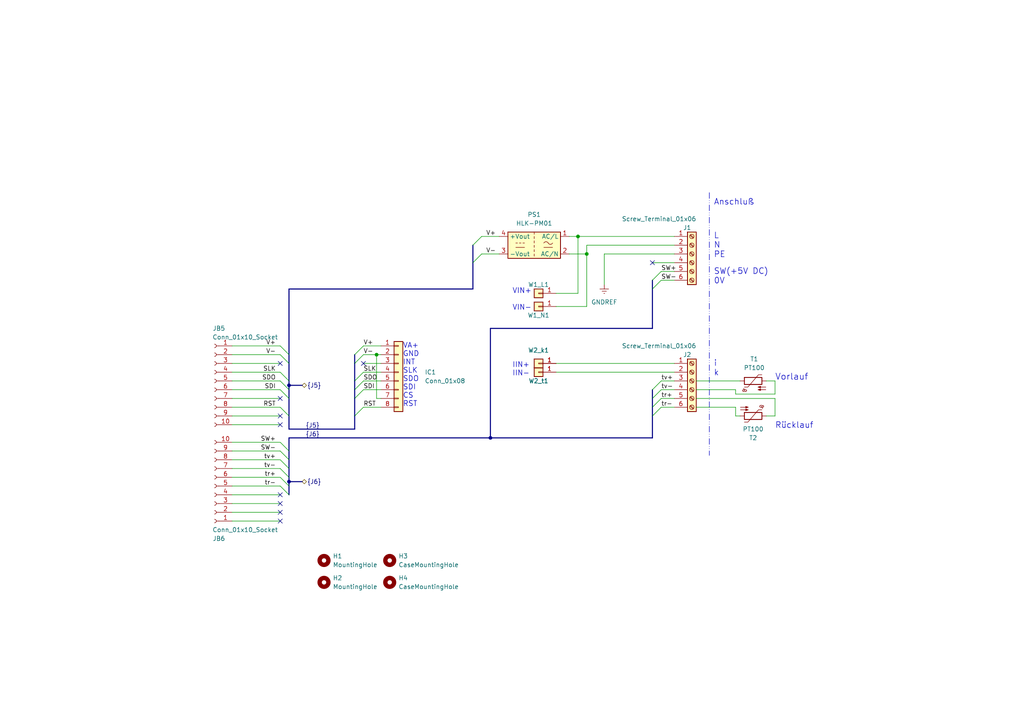
<source format=kicad_sch>
(kicad_sch (version 20230121) (generator eeschema)
  (paper "A4")
  (lib_symbols
    (symbol "Connector:Conn_01x10_Socket" (pin_names (offset 1.016) hide)
      (property "Reference" "J" (at 0 12.7 0))
      (property "Value" "Conn_01x10_Socket" (at 0 -15.24 0))
      (symbol "Conn_01x10_Socket_1_1"
        (arc (start 0 -12.192) (mid -0.5058 -12.7) (end 0 -13.208) (stroke (width 0.1524)))
        (arc (start 0 -9.652) (mid -0.5058 -10.16) (end 0 -10.668) (stroke (width 0.1524)))
        (arc (start 0 -7.112) (mid -0.5058 -7.62) (end 0 -8.128) (stroke (width 0.1524)))
        (arc (start 0 -4.572) (mid -0.5058 -5.08) (end 0 -5.588) (stroke (width 0.1524)))
        (arc (start 0 -2.032) (mid -0.5058 -2.54) (end 0 -3.048) (stroke (width 0.1524)))
        (polyline (pts (xy -1.27 -12.7) (xy -0.508 -12.7)) (stroke (width 0.1524)))
        (polyline (pts (xy -1.27 -10.16) (xy -0.508 -10.16)) (stroke (width 0.1524)))
        (polyline (pts (xy -1.27 -7.62) (xy -0.508 -7.62)) (stroke (width 0.1524)))
        (polyline (pts (xy -1.27 -5.08) (xy -0.508 -5.08)) (stroke (width 0.1524)))
        (polyline (pts (xy -1.27 -2.54) (xy -0.508 -2.54)) (stroke (width 0.1524)))
        (polyline (pts (xy -1.27 0) (xy -0.508 0)) (stroke (width 0.1524)))
        (polyline (pts (xy -1.27 2.54) (xy -0.508 2.54)) (stroke (width 0.1524)))
        (polyline (pts (xy -1.27 5.08) (xy -0.508 5.08)) (stroke (width 0.1524)))
        (polyline (pts (xy -1.27 7.62) (xy -0.508 7.62)) (stroke (width 0.1524)))
        (polyline (pts (xy -1.27 10.16) (xy -0.508 10.16)) (stroke (width 0.1524)))
        (arc (start 0 0.508) (mid -0.5058 0) (end 0 -0.508) (stroke (width 0.1524)))
        (arc (start 0 3.048) (mid -0.5058 2.54) (end 0 2.032) (stroke (width 0.1524)))
        (arc (start 0 5.588) (mid -0.5058 5.08) (end 0 4.572) (stroke (width 0.1524)))
        (arc (start 0 8.128) (mid -0.5058 7.62) (end 0 7.112) (stroke (width 0.1524)))
        (arc (start 0 10.668) (mid -0.5058 10.16) (end 0 9.652) (stroke (width 0.1524)))
        (pin passive line (at -5.08 10.16 0) (length 3.81) (name "Pin_1") (number "1"))
        (pin passive line (at -5.08 -12.7 0) (length 3.81) (name "Pin_10") (number "10"))
        (pin passive line (at -5.08 7.62 0) (length 3.81) (name "Pin_2") (number "2"))
        (pin passive line (at -5.08 5.08 0) (length 3.81) (name "Pin_3") (number "3"))
        (pin passive line (at -5.08 2.54 0) (length 3.81) (name "Pin_4") (number "4"))
        (pin passive line (at -5.08 0 0) (length 3.81) (name "Pin_5") (number "5"))
        (pin passive line (at -5.08 -2.54 0) (length 3.81) (name "Pin_6") (number "6"))
        (pin passive line (at -5.08 -5.08 0) (length 3.81) (name "Pin_7") (number "7"))
        (pin passive line (at -5.08 -7.62 0) (length 3.81) (name "Pin_8") (number "8"))
        (pin passive line (at -5.08 -10.16 0) (length 3.81) (name "Pin_9") (number "9"))
      )
    )
    (symbol "Connector:Screw_Terminal_01x06" (pin_names (offset 1.016) hide)
      (property "Reference" "J" (at 0 7.62 0))
      (property "Value" "Screw_Terminal_01x06" (at 0 -10.16 0))
      (symbol "Screw_Terminal_01x06_1_1"
        (rectangle (start -1.27 6.35) (end 1.27 -8.89) (stroke (width 0.254)) (fill (type background)))
        (circle (center 0 -7.62) (radius 0.635) (stroke (width 0.1524)))
        (circle (center 0 -5.08) (radius 0.635) (stroke (width 0.1524)))
        (circle (center 0 -2.54) (radius 0.635) (stroke (width 0.1524)))
        (polyline (pts (xy -0.5334 -7.2898) (xy 0.3302 -8.128)) (stroke (width 0.1524)))
        (polyline (pts (xy -0.5334 -4.7498) (xy 0.3302 -5.588)) (stroke (width 0.1524)))
        (polyline (pts (xy -0.5334 -2.2098) (xy 0.3302 -3.048)) (stroke (width 0.1524)))
        (polyline (pts (xy -0.5334 0.3302) (xy 0.3302 -0.508)) (stroke (width 0.1524)))
        (polyline (pts (xy -0.5334 2.8702) (xy 0.3302 2.032)) (stroke (width 0.1524)))
        (polyline (pts (xy -0.5334 5.4102) (xy 0.3302 4.572)) (stroke (width 0.1524)))
        (polyline (pts (xy -0.3556 -7.112) (xy 0.508 -7.9502)) (stroke (width 0.1524)))
        (polyline (pts (xy -0.3556 -4.572) (xy 0.508 -5.4102)) (stroke (width 0.1524)))
        (polyline (pts (xy -0.3556 -2.032) (xy 0.508 -2.8702)) (stroke (width 0.1524)))
        (polyline (pts (xy -0.3556 0.508) (xy 0.508 -0.3302)) (stroke (width 0.1524)))
        (polyline (pts (xy -0.3556 3.048) (xy 0.508 2.2098)) (stroke (width 0.1524)))
        (polyline (pts (xy -0.3556 5.588) (xy 0.508 4.7498)) (stroke (width 0.1524)))
        (circle (center 0 0) (radius 0.635) (stroke (width 0.1524)))
        (circle (center 0 2.54) (radius 0.635) (stroke (width 0.1524)))
        (circle (center 0 5.08) (radius 0.635) (stroke (width 0.1524)))
        (pin passive line (at -5.08 5.08 0) (length 3.81) (name "Pin_1") (number "1"))
        (pin passive line (at -5.08 2.54 0) (length 3.81) (name "Pin_2") (number "2"))
        (pin passive line (at -5.08 0 0) (length 3.81) (name "Pin_3") (number "3"))
        (pin passive line (at -5.08 -2.54 0) (length 3.81) (name "Pin_4") (number "4"))
        (pin passive line (at -5.08 -5.08 0) (length 3.81) (name "Pin_5") (number "5"))
        (pin passive line (at -5.08 -7.62 0) (length 3.81) (name "Pin_6") (number "6"))
      )
    )
    (symbol "Connector_Generic:Conn_01x01" (pin_names (offset 1.016) hide)
      (property "Reference" "J" (at 0 2.54 0))
      (property "Value" "Conn_01x01" (at 0 -2.54 0))
      (symbol "Conn_01x01_1_1"
        (rectangle (start -1.27 0.127) (end 0 -0.127) (stroke (width 0.1524)))
        (rectangle (start -1.27 1.27) (end 1.27 -1.27) (stroke (width 0.254)) (fill (type background)))
        (pin passive line (at -5.08 0 0) (length 3.81) (name "Pin_1") (number "1"))
      )
    )
    (symbol "Connector_Generic:Conn_01x08" (pin_names (offset 1.016) hide)
      (property "Reference" "J" (at 0 10.16 0))
      (property "Value" "Conn_01x08" (at 0 -12.7 0))
      (symbol "Conn_01x08_1_1"
        (rectangle (start -1.27 -10.033) (end 0 -10.287) (stroke (width 0.1524)))
        (rectangle (start -1.27 -7.493) (end 0 -7.747) (stroke (width 0.1524)))
        (rectangle (start -1.27 -4.953) (end 0 -5.207) (stroke (width 0.1524)))
        (rectangle (start -1.27 -2.413) (end 0 -2.667) (stroke (width 0.1524)))
        (rectangle (start -1.27 0.127) (end 0 -0.127) (stroke (width 0.1524)))
        (rectangle (start -1.27 2.667) (end 0 2.413) (stroke (width 0.1524)))
        (rectangle (start -1.27 5.207) (end 0 4.953) (stroke (width 0.1524)))
        (rectangle (start -1.27 7.747) (end 0 7.493) (stroke (width 0.1524)))
        (rectangle (start -1.27 8.89) (end 1.27 -11.43) (stroke (width 0.254)) (fill (type background)))
        (pin passive line (at -5.08 7.62 0) (length 3.81) (name "Pin_1") (number "1"))
        (pin passive line (at -5.08 5.08 0) (length 3.81) (name "Pin_2") (number "2"))
        (pin passive line (at -5.08 2.54 0) (length 3.81) (name "Pin_3") (number "3"))
        (pin passive line (at -5.08 0 0) (length 3.81) (name "Pin_4") (number "4"))
        (pin passive line (at -5.08 -2.54 0) (length 3.81) (name "Pin_5") (number "5"))
        (pin passive line (at -5.08 -5.08 0) (length 3.81) (name "Pin_6") (number "6"))
        (pin passive line (at -5.08 -7.62 0) (length 3.81) (name "Pin_7") (number "7"))
        (pin passive line (at -5.08 -10.16 0) (length 3.81) (name "Pin_8") (number "8"))
      )
    )
    (symbol "Converter_ACDC:HLK-PM01"
      (property "Reference" "PS" (at 0 5.08 0))
      (property "Value" "HLK-PM01" (at 0 -5.08 0))
      (symbol "HLK-PM01_0_1"
        (rectangle (start -7.62 3.81) (end 7.62 -3.81) (stroke (width 0.254)) (fill (type background)))
        (arc (start -5.334 0.635) (mid -4.699 0.2495) (end -4.064 0.635))
        (arc (start -2.794 0.635) (mid -3.429 1.0072) (end -4.064 0.635))
        (polyline (pts (xy -5.334 -0.635) (xy -2.794 -0.635)))
        (polyline (pts (xy 0 -2.54) (xy 0 -3.175)))
        (polyline (pts (xy 0 -1.27) (xy 0 -1.905)))
        (polyline (pts (xy 0 0) (xy 0 -0.635)))
        (polyline (pts (xy 0 1.27) (xy 0 0.635)))
        (polyline (pts (xy 0 2.54) (xy 0 1.905)))
        (polyline (pts (xy 0 3.81) (xy 0 3.175)))
        (polyline (pts (xy 2.794 -0.635) (xy 5.334 -0.635)))
        (polyline (pts (xy 2.794 0.635) (xy 3.302 0.635)))
        (polyline (pts (xy 3.81 0.635) (xy 4.318 0.635)))
        (polyline (pts (xy 4.826 0.635) (xy 5.334 0.635)))
      )
      (symbol "HLK-PM01_1_1"
        (pin power_in line (at -10.16 2.54 0) (length 2.54) (name "AC/L") (number "1"))
        (pin power_in line (at -10.16 -2.54 0) (length 2.54) (name "AC/N") (number "2"))
        (pin power_out line (at 10.16 -2.54 180) (length 2.54) (name "-Vout") (number "3"))
        (pin power_out line (at 10.16 2.54 180) (length 2.54) (name "+Vout") (number "4"))
      )
    )
    (symbol "Mechanical:MountingHole" (pin_names (offset 1.016))
      (property "Reference" "H" (at 0 5.08 0))
      (property "Value" "MountingHole" (at 0 3.175 0))
      (symbol "MountingHole_0_1"
        (circle (center 0 0) (radius 1.27) (stroke (width 1.27)))
      )
    )
    (symbol "Sensor_Temperature:PT100" (pin_numbers hide) (pin_names (offset 0))
      (property "Reference" "TH" (at -4.445 0 90))
      (property "Value" "PT100" (at 3.175 0 90))
      (symbol "PT100_0_1"
        (arc (start -3.048 2.159) (mid -3.0495 2.3143) (end -3.175 2.413))
        (arc (start -3.048 2.159) (mid -2.9736 1.9794) (end -2.794 1.905))
        (arc (start -3.048 2.794) (mid -2.9736 2.6144) (end -2.794 2.54))
        (arc (start -2.794 1.905) (mid -2.6144 1.9794) (end -2.54 2.159))
        (arc (start -2.794 2.54) (mid -2.4393 2.5587) (end -2.159 2.794))
        (arc (start -2.794 3.048) (mid -2.9736 2.9736) (end -3.048 2.794))
        (arc (start -2.54 2.794) (mid -2.6144 2.9736) (end -2.794 3.048))
        (rectangle (start -1.016 2.54) (end 1.016 -2.54) (stroke (width 0.254)))
        (polyline (pts (xy -2.54 2.159) (xy -2.54 2.794)))
        (polyline (pts (xy -1.778 2.54) (xy -1.778 1.524) (xy 1.778 -1.524) (xy 1.778 -2.54)))
        (polyline (pts (xy -2.54 -3.683) (xy -2.54 -1.397) (xy -2.794 -2.159) (xy -2.286 -2.159) (xy -2.54 -1.397) (xy -2.54 -1.651)) (fill (type outline)))
        (polyline (pts (xy -1.778 -3.683) (xy -1.778 -1.397) (xy -2.032 -2.159) (xy -1.524 -2.159) (xy -1.778 -1.397) (xy -1.778 -1.651)) (fill (type outline)))
      )
      (symbol "PT100_1_1"
        (pin passive line (at 0 3.81 270) (length 1.27) (name "~") (number "1"))
        (pin passive line (at 0 -3.81 90) (length 1.27) (name "~") (number "2"))
      )
    )
    (symbol "power:GNDREF" (power) (pin_numbers hide) (pin_names (offset 0) hide)
      (property "Value" "GNDREF" (at 0 -3.81 0))
      (symbol "GNDREF_0_1"
        (polyline (pts (xy -0.635 -1.905) (xy 0.635 -1.905)))
        (polyline (pts (xy -0.127 -2.54) (xy 0.127 -2.54)))
        (polyline (pts (xy 0 -1.27) (xy 0 0)))
        (polyline (pts (xy 1.27 -1.27) (xy -1.27 -1.27)))
      )
      (symbol "GNDREF_1_1"
        (pin power_in line (at 0 0 270) (length 0) hide (name "GNDREF") (number "1"))
      )
    )
  )
  (junction (at 170.18 73.66))
  (junction (at 142.24 127))
  (junction (at 167.64 68.58))
  (junction (at 83.82 111.76))
  (junction (at 109.22 102.87))
  (junction (at 83.82 139.7))
  (no_connect (at 105.41 105.41))
  (no_connect (at 81.28 123.19))
  (no_connect (at 81.28 120.65))
  (no_connect (at 81.28 105.41))
  (no_connect (at 81.28 115.57))
  (no_connect (at 81.28 148.59))
  (no_connect (at 81.28 143.51))
  (no_connect (at 81.28 151.13))
  (no_connect (at 81.28 146.05))
  (no_connect (at 189.23 76.2))
  (bus_entry (at 137.16 76.2) (size 2.54 -2.54))
  (bus_entry (at 189.23 83.82) (size 2.54 -2.54))
  (bus_entry (at 102.87 113.03) (size 2.54 -2.54))
  (bus_entry (at 83.82 102.87) (size -2.54 -2.54))
  (bus_entry (at 189.23 113.03) (size 2.54 -2.54))
  (bus_entry (at 102.87 110.49) (size 2.54 -2.54))
  (bus_entry (at 83.82 130.81) (size -2.54 -2.54))
  (bus_entry (at 137.16 71.12) (size 2.54 -2.54))
  (bus_entry (at 189.23 115.57) (size 2.54 -2.54))
  (bus_entry (at 83.82 143.51) (size -2.54 -2.54))
  (bus_entry (at 83.82 110.49) (size -2.54 -2.54))
  (bus_entry (at 83.82 113.03) (size -2.54 -2.54))
  (bus_entry (at 189.23 81.28) (size 2.54 -2.54))
  (bus_entry (at 102.87 115.57) (size 2.54 -2.54))
  (bus_entry (at 83.82 105.41) (size -2.54 -2.54))
  (bus_entry (at 83.82 135.89) (size -2.54 -2.54))
  (bus_entry (at 83.82 115.57) (size -2.54 -2.54))
  (bus_entry (at 189.23 118.11) (size 2.54 -2.54))
  (bus_entry (at 189.23 120.65) (size 2.54 -2.54))
  (bus_entry (at 83.82 140.97) (size -2.54 -2.54))
  (bus_entry (at 83.82 120.65) (size -2.54 -2.54))
  (bus_entry (at 102.87 102.87) (size 2.54 -2.54))
  (bus_entry (at 102.87 105.41) (size 2.54 -2.54))
  (bus_entry (at 83.82 133.35) (size -2.54 -2.54))
  (bus_entry (at 83.82 138.43) (size -2.54 -2.54))
  (bus_entry (at 102.87 120.65) (size 2.54 -2.54))
  (wire (pts (xy 201.93 115.57) (xy 224.79 115.57)))
  (wire (pts (xy 191.77 110.49) (xy 195.58 110.49)))
  (wire (pts (xy 67.31 120.65) (xy 81.28 120.65)))
  (bus (pts (xy 83.82 102.87) (xy 83.82 105.41)))
  (wire (pts (xy 109.22 102.87) (xy 109.22 115.57)))
  (bus (pts (xy 83.82 135.89) (xy 83.82 133.35)))
  (wire (pts (xy 67.31 113.03) (xy 81.28 113.03)))
  (wire (pts (xy 213.36 120.65) (xy 214.63 120.65)))
  (wire (pts (xy 170.18 88.9) (xy 170.18 73.66)))
  (wire (pts (xy 67.31 107.95) (xy 81.28 107.95)))
  (bus (pts (xy 83.82 83.82) (xy 83.82 102.87)))
  (bus (pts (xy 83.82 127) (xy 142.24 127)))
  (wire (pts (xy 167.64 68.58) (xy 195.58 68.58)))
  (bus (pts (xy 142.24 127) (xy 189.23 127)))
  (wire (pts (xy 165.1 68.58) (xy 167.64 68.58)))
  (bus (pts (xy 83.82 105.41) (xy 83.82 110.49)))
  (wire (pts (xy 213.36 114.3) (xy 213.36 113.03)))
  (wire (pts (xy 67.31 123.19) (xy 81.28 123.19)))
  (wire (pts (xy 67.31 146.05) (xy 81.28 146.05)))
  (wire (pts (xy 213.36 120.65) (xy 213.36 118.11)))
  (wire (pts (xy 161.29 105.41) (xy 195.58 105.41)))
  (wire (pts (xy 201.93 110.49) (xy 214.63 110.49)))
  (bus (pts (xy 83.82 133.35) (xy 83.82 130.81)))
  (wire (pts (xy 175.26 73.66) (xy 195.58 73.66)))
  (wire (pts (xy 170.18 71.12) (xy 195.58 71.12)))
  (wire (pts (xy 139.7 73.66) (xy 144.78 73.66)))
  (bus (pts (xy 102.87 124.46) (xy 102.87 120.65)))
  (bus (pts (xy 142.24 95.25) (xy 142.24 127)))
  (wire (pts (xy 109.22 102.87) (xy 110.49 102.87)))
  (bus (pts (xy 83.82 139.7) (xy 87.63 139.7)))
  (wire (pts (xy 191.77 113.03) (xy 195.58 113.03)))
  (bus (pts (xy 102.87 115.57) (xy 102.87 120.65)))
  (polyline (pts (xy 205.74 55.88) (xy 205.74 132.08)) (stroke (width 0) (type dash_dot_dot)))
  (bus (pts (xy 102.87 105.41) (xy 102.87 110.49)))
  (bus (pts (xy 142.24 95.25) (xy 189.23 95.25)))
  (wire (pts (xy 161.29 85.09) (xy 167.64 85.09)))
  (wire (pts (xy 67.31 140.97) (xy 81.28 140.97)))
  (wire (pts (xy 170.18 73.66) (xy 170.18 71.12)))
  (wire (pts (xy 105.41 110.49) (xy 110.49 110.49)))
  (bus (pts (xy 83.82 111.76) (xy 83.82 113.03)))
  (wire (pts (xy 105.41 118.11) (xy 110.49 118.11)))
  (bus (pts (xy 102.87 102.87) (xy 102.87 105.41)))
  (wire (pts (xy 67.31 133.35) (xy 81.28 133.35)))
  (wire (pts (xy 191.77 115.57) (xy 195.58 115.57)))
  (wire (pts (xy 224.79 120.65) (xy 224.79 115.57)))
  (wire (pts (xy 110.49 115.57) (xy 109.22 115.57)))
  (bus (pts (xy 102.87 113.03) (xy 102.87 115.57)))
  (wire (pts (xy 224.79 110.49) (xy 224.79 114.3)))
  (bus (pts (xy 137.16 83.82) (xy 83.82 83.82)))
  (wire (pts (xy 105.41 102.87) (xy 109.22 102.87)))
  (wire (pts (xy 161.29 107.95) (xy 195.58 107.95)))
  (wire (pts (xy 105.41 107.95) (xy 110.49 107.95)))
  (wire (pts (xy 67.31 143.51) (xy 81.28 143.51)))
  (bus (pts (xy 83.82 120.65) (xy 83.82 124.46)))
  (wire (pts (xy 67.31 151.13) (xy 81.28 151.13)))
  (wire (pts (xy 201.93 113.03) (xy 213.36 113.03)))
  (wire (pts (xy 67.31 135.89) (xy 81.28 135.89)))
  (bus (pts (xy 189.23 118.11) (xy 189.23 120.65)))
  (bus (pts (xy 137.16 76.2) (xy 137.16 83.82)))
  (bus (pts (xy 189.23 115.57) (xy 189.23 118.11)))
  (wire (pts (xy 139.7 68.58) (xy 144.78 68.58)))
  (wire (pts (xy 105.41 100.33) (xy 110.49 100.33)))
  (bus (pts (xy 189.23 81.28) (xy 189.23 83.82)))
  (bus (pts (xy 83.82 139.7) (xy 83.82 138.43)))
  (wire (pts (xy 67.31 148.59) (xy 81.28 148.59)))
  (wire (pts (xy 67.31 115.57) (xy 81.28 115.57)))
  (bus (pts (xy 87.63 111.76) (xy 83.82 111.76)))
  (bus (pts (xy 189.23 120.65) (xy 189.23 127)))
  (wire (pts (xy 201.93 118.11) (xy 213.36 118.11)))
  (bus (pts (xy 83.82 127) (xy 83.82 130.81)))
  (wire (pts (xy 222.25 120.65) (xy 224.79 120.65)))
  (wire (pts (xy 105.41 113.03) (xy 110.49 113.03)))
  (bus (pts (xy 189.23 113.03) (xy 189.23 115.57)))
  (wire (pts (xy 67.31 130.81) (xy 81.28 130.81)))
  (wire (pts (xy 67.31 100.33) (xy 81.28 100.33)))
  (wire (pts (xy 191.77 118.11) (xy 195.58 118.11)))
  (wire (pts (xy 189.23 76.2) (xy 195.58 76.2)))
  (wire (pts (xy 167.64 85.09) (xy 167.64 68.58)))
  (bus (pts (xy 83.82 124.46) (xy 102.87 124.46)))
  (wire (pts (xy 67.31 102.87) (xy 81.28 102.87)))
  (wire (pts (xy 67.31 110.49) (xy 81.28 110.49)))
  (wire (pts (xy 175.26 82.55) (xy 175.26 73.66)))
  (bus (pts (xy 83.82 140.97) (xy 83.82 139.7)))
  (wire (pts (xy 67.31 118.11) (xy 81.28 118.11)))
  (bus (pts (xy 83.82 113.03) (xy 83.82 115.57)))
  (bus (pts (xy 83.82 115.57) (xy 83.82 120.65)))
  (wire (pts (xy 191.77 78.74) (xy 195.58 78.74)))
  (wire (pts (xy 161.29 88.9) (xy 170.18 88.9)))
  (bus (pts (xy 102.87 110.49) (xy 102.87 113.03)))
  (bus (pts (xy 137.16 71.12) (xy 137.16 76.2)))
  (wire (pts (xy 67.31 138.43) (xy 81.28 138.43)))
  (bus (pts (xy 189.23 83.82) (xy 189.23 95.25)))
  (bus (pts (xy 83.82 110.49) (xy 83.82 111.76)))
  (wire (pts (xy 191.77 81.28) (xy 195.58 81.28)))
  (wire (pts (xy 67.31 105.41) (xy 81.28 105.41)))
  (wire (pts (xy 105.41 105.41) (xy 110.49 105.41)))
  (wire (pts (xy 165.1 73.66) (xy 170.18 73.66)))
  (wire (pts (xy 81.28 128.27) (xy 67.31 128.27)))
  (wire (pts (xy 224.79 114.3) (xy 213.36 114.3)))
  (bus (pts (xy 83.82 143.51) (xy 83.82 140.97)))
  (bus (pts (xy 83.82 138.43) (xy 83.82 135.89)))
  (wire (pts (xy 222.25 110.49) (xy 224.79 110.49)))
  (text "SW(+5V DC)\n0V" (at 207.01 82.55 0) (effects (font (size 1.7 1.7)) (justify left bottom)))
  (text "IIN+\nIIN-" (at 148.59 109.22 0) (effects (font (size 1.5 1.5)) (justify left bottom)))
  (text "VA+\nGND\nINT\nSLK\nSDO\nSDI\nCS\nRST" (at 116.84 118.11 0) (effects (font (size 1.5 1.5)) (justify left bottom)))
  (text "Rücklauf" (at 224.79 124.46 0) (effects (font (size 1.7 1.7)) (justify left bottom)))
  (text "L\nN\nPE\n" (at 207.01 74.93 0) (effects (font (size 1.7 1.7)) (justify left bottom)))
  (text "Anschluß" (at 207.01 59.69 0) (effects (font (size 1.7 1.7)) (justify left bottom)))
  (text "Vorlauf\n" (at 224.79 110.49 0) (effects (font (size 1.8 1.8)) (justify left bottom)))
  (text "i\nk" (at 207.01 109.22 0) (effects (font (size 1.7 1.7)) (justify left bottom)))
  (text "VIN+\n\nVIN-" (at 148.59 90.17 0) (effects (font (size 1.5 1.5)) (justify left bottom)))
  (label "SDO" (at 105.41 110.49 0))
  (label "tr-" (at 80.01 140.97 180))
  (label "{J5}" (at 92.71 124.46 180))
  (label "V-" (at 105.41 102.87 0))
  (label "tr-" (at 191.77 118.11 0))
  (label "{J6}" (at 92.71 127 180))
  (label "SLK" (at 80.01 107.95 180))
  (label "tv-" (at 80.01 135.89 180))
  (label "V-" (at 80.01 102.87 180))
  (label "SW-" (at 191.77 81.28 0))
  (label "tv+" (at 191.77 110.49 0))
  (label "SW+" (at 191.77 78.74 0))
  (label "V+" (at 140.97 68.58 0))
  (label "SDO" (at 80.01 110.49 180))
  (label "tr+" (at 191.77 115.57 0))
  (label "V-" (at 140.97 73.66 0))
  (label "SW+" (at 80.01 128.27 180))
  (label "SW-" (at 80.01 130.81 180))
  (label "RST" (at 105.41 118.11 0))
  (label "RST" (at 80.01 118.11 180))
  (label "tr+" (at 80.01 138.43 180))
  (label "tv+" (at 80.01 133.35 180))
  (label "tv-" (at 191.77 113.03 0))
  (label "SDI" (at 80.01 113.03 180))
  (label "SDI" (at 105.41 113.03 0))
  (label "V+" (at 80.01 100.33 180))
  (label "V+" (at 105.41 100.33 0))
  (label "SLK" (at 105.41 107.95 0))
  (hierarchical_label "{J6}" (shape bidirectional) (at 87.63 139.7 0))
  (hierarchical_label "{J5}" (shape bidirectional) (at 87.63 111.76 0))
  (symbol (lib_id "Mechanical:MountingHole") (at 113.03 162.56 0) (unit 1)
    (property "Reference" "H3" (at 115.57 161.29 0) (effects (justify left)))
    (property "Value" "CaseMountingHole" (at 115.57 163.83 0) (effects (justify left)))
    (property "Footprint" "globUserLib:MountingHole_7mm" (effects hide))
  )
  (symbol (lib_id "Connector_Generic:Conn_01x01") (at 156.21 85.09 0) (mirror y) (unit 1)
    (property "Reference" "W1_L1" (at 156.21 82.55 0))
    (property "Value" "Wire" (effects hide))
    (property "Footprint" "Connector_Wire:SolderWire-1sqmm_1x01_D1.4mm_OD2.7mm" (effects hide))
  )
  (symbol (lib_id "Sensor_Temperature:PT100") (at 218.44 120.65 270) (unit 1) (on_board no)
    (property "Reference" "T2" (at 218.44 127 90))
    (property "Value" "PT100" (at 218.44 124.46 90))
    (property "Datasheet" "https://www.heraeus.com/media/media/group/doc_group/products_1/hst/sot_to/de_15/to_92_d.pdf" (effects hide))
    (property "Sim.Enable" "0" (effects hide))
  )
  (symbol (lib_id "Mechanical:MountingHole") (at 93.98 162.56 0) (unit 1)
    (property "Reference" "H1" (at 96.52 161.29 0) (effects (justify left)))
    (property "Value" "MountingHole" (at 96.52 163.83 0) (effects (justify left)))
    (property "Footprint" "MountingHole:MountingHole_3.2mm_M3_DIN965" (effects hide))
  )
  (symbol (lib_id "Connector:Conn_01x10_Socket") (at 62.23 140.97 180) (unit 1)
    (property "Reference" "JB6" (at 63.5 156.21 0))
    (property "Value" "Conn_01x10_Socket" (at 71.12 153.67 0))
    (property "Footprint" "Connector_PinSocket_2.54mm:PinSocket_1x10_P2.54mm_Vertical" (effects hide))
  )
  (symbol (lib_id "Connector:Screw_Terminal_01x06") (at 200.66 110.49 0) (unit 1)
    (property "Reference" "J2" (at 198.12 102.87 0) (effects (justify left)))
    (property "Value" "Screw_Terminal_01x06" (at 180.34 100.33 0) (effects (justify left)))
    (property "Footprint" "TerminalBlock_Phoenix:TerminalBlock_Phoenix_MKDS-1,5-6_1x06_P5.00mm_Horizontal" (effects hide))
  )
  (symbol (lib_id "Connector:Screw_Terminal_01x06") (at 200.66 73.66 0) (unit 1)
    (property "Reference" "J1" (at 198.12 66.04 0) (effects (justify left)))
    (property "Value" "Screw_Terminal_01x06" (at 180.34 63.5 0) (effects (justify left)))
    (property "Footprint" "TerminalBlock_Phoenix:TerminalBlock_Phoenix_MKDS-1,5-6_1x06_P5.00mm_Horizontal" (effects hide))
  )
  (symbol (lib_id "Connector_Generic:Conn_01x01") (at 156.21 88.9 0) (mirror y) (unit 1)
    (property "Reference" "W1_N1" (at 156.21 91.44 0))
    (property "Value" "Wire" (effects hide))
    (property "Footprint" "Connector_Wire:SolderWire-1sqmm_1x01_D1.4mm_OD2.7mm" (effects hide))
  )
  (symbol (lib_id "Connector_Generic:Conn_01x01") (at 156.21 107.95 0) (mirror y) (unit 1)
    (property "Reference" "W2_t1" (at 156.21 110.49 0))
    (property "Value" "Wire" (effects hide))
    (property "Footprint" "Connector_Wire:SolderWire-1sqmm_1x01_D1.4mm_OD2.7mm" (effects hide))
  )
  (symbol (lib_id "Connector:Conn_01x10_Socket") (at 62.23 110.49 0) (mirror y) (unit 1)
    (property "Reference" "JB5" (at 63.5 95.25 0))
    (property "Value" "Conn_01x10_Socket" (at 71.12 97.79 0))
    (property "Footprint" "Connector_PinSocket_2.54mm:PinSocket_1x10_P2.54mm_Vertical" (effects hide))
  )
  (symbol (lib_id "Mechanical:MountingHole") (at 93.98 168.91 0) (unit 1)
    (property "Reference" "H2" (at 96.52 167.64 0) (effects (justify left)))
    (property "Value" "MountingHole" (at 96.52 170.18 0) (effects (justify left)))
    (property "Footprint" "MountingHole:MountingHole_3.2mm_M3_DIN965" (effects hide))
  )
  (symbol (lib_id "power:GNDREF") (at 175.26 82.55 0) (unit 1)
    (property "Reference" "#AC/PE0101" (effects hide))
    (property "Value" "GNDREF" (at 175.26 87.63 0))
  )
  (symbol (lib_id "Converter_ACDC:HLK-PM01") (at 154.94 71.12 0) (mirror y) (unit 1)
    (property "Reference" "PS1" (at 154.94 62.23 0))
    (property "Value" "HLK-PM01" (at 154.94 64.77 0))
    (property "Footprint" "Converter_ACDC:Converter_ACDC_HiLink_HLK-PMxx" (effects hide))
    (property "Datasheet" "http://www.hlktech.net/product_detail.php?ProId=54" (effects hide))
  )
  (symbol (lib_id "Connector_Generic:Conn_01x01") (at 156.21 105.41 0) (mirror y) (unit 1)
    (property "Reference" "W2_k1" (at 156.21 101.6 0))
    (property "Value" "Wire" (effects hide))
    (property "Footprint" "Connector_Wire:SolderWire-1sqmm_1x01_D1.4mm_OD2.7mm" (effects hide))
  )
  (symbol (lib_id "Mechanical:MountingHole") (at 113.03 168.91 0) (unit 1)
    (property "Reference" "H4" (at 115.57 167.64 0) (effects (justify left)))
    (property "Value" "CaseMountingHole" (at 115.57 170.18 0) (effects (justify left)))
    (property "Footprint" "globUserLib:MountingHole_7mm" (effects hide))
  )
  (symbol (lib_id "Connector_Generic:Conn_01x08") (at 115.57 107.95 0) (unit 1)
    (property "Reference" "IC1" (at 123.19 107.95 0) (effects (justify left)))
    (property "Value" "Conn_01x08" (at 123.19 110.49 0) (effects (justify left)))
    (property "Footprint" "Connector_PinHeader_2.54mm:PinHeader_1x08_P2.54mm_Vertical" (effects hide))
  )
  (symbol (lib_id "Sensor_Temperature:PT100") (at 218.44 110.49 90) (unit 1) (on_board no)
    (property "Reference" "T1" (at 218.7575 104.14 90))
    (property "Value" "PT100" (at 218.7575 106.68 90))
    (property "Datasheet" "https://www.heraeus.com/media/media/group/doc_group/products_1/hst/sot_to/de_15/to_92_d.pdf" (effects hide))
  )
)
</source>
